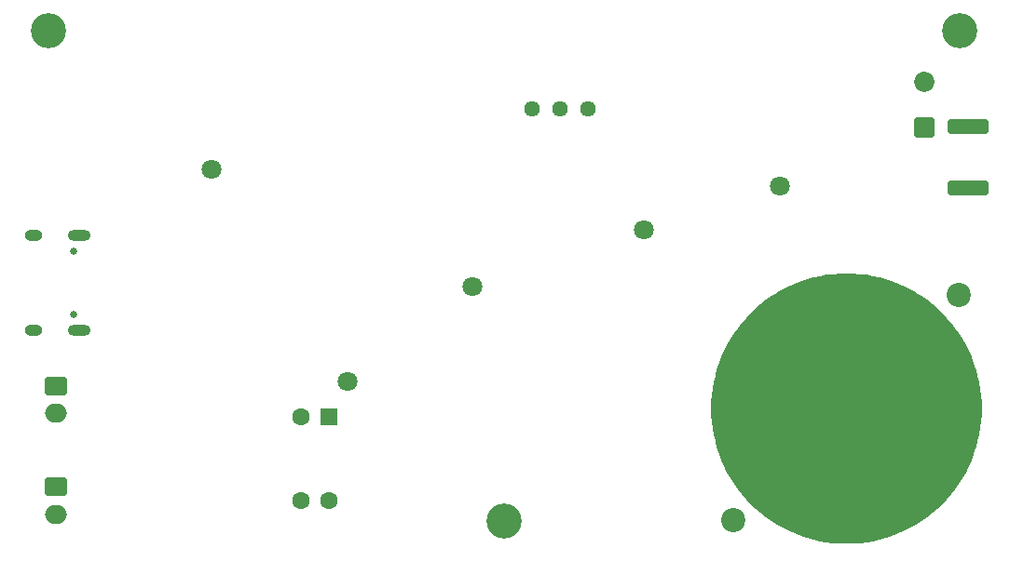
<source format=gbr>
%TF.GenerationSoftware,KiCad,Pcbnew,9.0.2*%
%TF.CreationDate,2025-08-30T11:24:13+06:00*%
%TF.ProjectId,lm399,6c6d3339-392e-46b6-9963-61645f706362,rev?*%
%TF.SameCoordinates,Original*%
%TF.FileFunction,Soldermask,Bot*%
%TF.FilePolarity,Negative*%
%FSLAX46Y46*%
G04 Gerber Fmt 4.6, Leading zero omitted, Abs format (unit mm)*
G04 Created by KiCad (PCBNEW 9.0.2) date 2025-08-30 11:24:13*
%MOMM*%
%LPD*%
G01*
G04 APERTURE LIST*
G04 Aperture macros list*
%AMRoundRect*
0 Rectangle with rounded corners*
0 $1 Rounding radius*
0 $2 $3 $4 $5 $6 $7 $8 $9 X,Y pos of 4 corners*
0 Add a 4 corners polygon primitive as box body*
4,1,4,$2,$3,$4,$5,$6,$7,$8,$9,$2,$3,0*
0 Add four circle primitives for the rounded corners*
1,1,$1+$1,$2,$3*
1,1,$1+$1,$4,$5*
1,1,$1+$1,$6,$7*
1,1,$1+$1,$8,$9*
0 Add four rect primitives between the rounded corners*
20,1,$1+$1,$2,$3,$4,$5,0*
20,1,$1+$1,$4,$5,$6,$7,0*
20,1,$1+$1,$6,$7,$8,$9,0*
20,1,$1+$1,$8,$9,$2,$3,0*%
G04 Aperture macros list end*
%ADD10C,1.800000*%
%ADD11C,3.200000*%
%ADD12O,1.200000X1.600000*%
%ADD13C,1.200000*%
%ADD14C,2.200000*%
%ADD15RoundRect,0.250000X1.600000X-0.425000X1.600000X0.425000X-1.600000X0.425000X-1.600000X-0.425000X0*%
%ADD16C,0.650000*%
%ADD17O,2.100000X1.000000*%
%ADD18O,1.600000X1.000000*%
%ADD19RoundRect,0.250000X0.675000X-0.675000X0.675000X0.675000X-0.675000X0.675000X-0.675000X-0.675000X0*%
%ADD20C,1.850000*%
%ADD21RoundRect,0.250000X-0.550000X0.550000X-0.550000X-0.550000X0.550000X-0.550000X0.550000X0.550000X0*%
%ADD22C,1.600000*%
%ADD23C,1.440000*%
%ADD24RoundRect,0.250000X-0.750000X0.600000X-0.750000X-0.600000X0.750000X-0.600000X0.750000X0.600000X0*%
%ADD25O,2.000000X1.700000*%
G04 APERTURE END LIST*
D10*
%TO.C,TP5*%
X108800707Y-55950000D03*
%TD*%
D11*
%TO.C,H2*%
X125100000Y-41850000D03*
%TD*%
D10*
%TO.C,TP2*%
X57100000Y-54450000D03*
%TD*%
D12*
%TO.C,U4*%
X114800000Y-77490000D03*
D13*
X116070000Y-76220000D03*
X114800000Y-74950000D03*
X113530000Y-76220000D03*
%TD*%
D14*
%TO.C,H4*%
X104547000Y-86403000D03*
%TD*%
D15*
%TO.C,J3*%
X125850000Y-50525000D03*
X125850000Y-56175000D03*
%TD*%
D16*
%TO.C,J1*%
X44605000Y-61860000D03*
X44605000Y-67640000D03*
D17*
X45105000Y-60430000D03*
D18*
X40925000Y-60430000D03*
D17*
X45105000Y-69070000D03*
D18*
X40925000Y-69070000D03*
%TD*%
D10*
%TO.C,TP4*%
X96400000Y-59950000D03*
%TD*%
D19*
%TO.C,J4*%
X121900000Y-50650000D03*
D20*
X121900000Y-46450000D03*
%TD*%
D11*
%TO.C,H3*%
X83700000Y-86450000D03*
%TD*%
D10*
%TO.C,TP1*%
X69500000Y-73750000D03*
%TD*%
D21*
%TO.C,SW1*%
X67757500Y-76982500D03*
D22*
X65217500Y-76982500D03*
X65217500Y-84602500D03*
X67757500Y-84602500D03*
%TD*%
D23*
%TO.C,RV1*%
X86220000Y-48950000D03*
X88760000Y-48950000D03*
X91300000Y-48950000D03*
%TD*%
D24*
%TO.C,J2*%
X43000000Y-74150000D03*
D25*
X43000000Y-76650000D03*
%TD*%
D24*
%TO.C,J5*%
X43000000Y-83350000D03*
D25*
X43000000Y-85850000D03*
%TD*%
D14*
%TO.C,H5*%
X125053000Y-65897000D03*
%TD*%
D10*
%TO.C,TP3*%
X80800000Y-65150000D03*
%TD*%
D11*
%TO.C,H1*%
X42300000Y-41850000D03*
%TD*%
G36*
X115428176Y-63928237D02*
G01*
X115434255Y-63928536D01*
X116030263Y-63972500D01*
X116036320Y-63973097D01*
X116629443Y-64046252D01*
X116635463Y-64047145D01*
X117224284Y-64149316D01*
X117230253Y-64150503D01*
X117813368Y-64281445D01*
X117819272Y-64282924D01*
X118395234Y-64442314D01*
X118401059Y-64444081D01*
X118968542Y-64631552D01*
X118974272Y-64633602D01*
X119531843Y-64848681D01*
X119537466Y-64851010D01*
X120083819Y-65093192D01*
X120089321Y-65095794D01*
X120623144Y-65364498D01*
X120628511Y-65367367D01*
X121148488Y-65661931D01*
X121153709Y-65665060D01*
X121658621Y-65984791D01*
X121663681Y-65988173D01*
X122152292Y-66332292D01*
X122157181Y-66335917D01*
X122628324Y-66703600D01*
X122633029Y-66707461D01*
X123085543Y-67097803D01*
X123090052Y-67101890D01*
X123522888Y-67513983D01*
X123527192Y-67518287D01*
X123939285Y-67951123D01*
X123943372Y-67955632D01*
X124333714Y-68408146D01*
X124337575Y-68412851D01*
X124705258Y-68883994D01*
X124708883Y-68888883D01*
X125053002Y-69377494D01*
X125056384Y-69382554D01*
X125376115Y-69887466D01*
X125379244Y-69892687D01*
X125673808Y-70412664D01*
X125676677Y-70418031D01*
X125945381Y-70951854D01*
X125947983Y-70957356D01*
X126190165Y-71503709D01*
X126192494Y-71509332D01*
X126407573Y-72066903D01*
X126409623Y-72072633D01*
X126597094Y-72640116D01*
X126598861Y-72645941D01*
X126758251Y-73221903D01*
X126759730Y-73227807D01*
X126890672Y-73810922D01*
X126891859Y-73816891D01*
X126994030Y-74405712D01*
X126994923Y-74411732D01*
X127068078Y-75004855D01*
X127068675Y-75010912D01*
X127112639Y-75606920D01*
X127112938Y-75612999D01*
X127127605Y-76210453D01*
X127127605Y-76216539D01*
X127112938Y-76813992D01*
X127112639Y-76820071D01*
X127068675Y-77416079D01*
X127068078Y-77422136D01*
X126994923Y-78015259D01*
X126994030Y-78021279D01*
X126891859Y-78610100D01*
X126890672Y-78616069D01*
X126759730Y-79199184D01*
X126758251Y-79205088D01*
X126598861Y-79781050D01*
X126597094Y-79786875D01*
X126409623Y-80354358D01*
X126407573Y-80360088D01*
X126192494Y-80917659D01*
X126190165Y-80923282D01*
X125947983Y-81469635D01*
X125945381Y-81475137D01*
X125676677Y-82008960D01*
X125673808Y-82014327D01*
X125379244Y-82534304D01*
X125376115Y-82539525D01*
X125056384Y-83044437D01*
X125053002Y-83049497D01*
X124708883Y-83538108D01*
X124705258Y-83542997D01*
X124337575Y-84014140D01*
X124333714Y-84018845D01*
X123943372Y-84471359D01*
X123939285Y-84475868D01*
X123527192Y-84908704D01*
X123522888Y-84913008D01*
X123090052Y-85325101D01*
X123085543Y-85329188D01*
X122633029Y-85719530D01*
X122628324Y-85723391D01*
X122157181Y-86091074D01*
X122152292Y-86094699D01*
X121663681Y-86438818D01*
X121658621Y-86442200D01*
X121153709Y-86761931D01*
X121148488Y-86765060D01*
X120628511Y-87059624D01*
X120623144Y-87062493D01*
X120089321Y-87331197D01*
X120083819Y-87333799D01*
X119537466Y-87575981D01*
X119531843Y-87578310D01*
X118974272Y-87793389D01*
X118968542Y-87795439D01*
X118401059Y-87982910D01*
X118395234Y-87984677D01*
X117819272Y-88144067D01*
X117813368Y-88145546D01*
X117230253Y-88276488D01*
X117224284Y-88277675D01*
X116635463Y-88379846D01*
X116629443Y-88380739D01*
X116036320Y-88453894D01*
X116030263Y-88454491D01*
X115434255Y-88498455D01*
X115428176Y-88498754D01*
X114830723Y-88513421D01*
X114824637Y-88513421D01*
X114227183Y-88498754D01*
X114221104Y-88498455D01*
X113625096Y-88454491D01*
X113619039Y-88453894D01*
X113025916Y-88380739D01*
X113019896Y-88379846D01*
X112431075Y-88277675D01*
X112425106Y-88276488D01*
X111841991Y-88145546D01*
X111836087Y-88144067D01*
X111260125Y-87984677D01*
X111254300Y-87982910D01*
X110686817Y-87795439D01*
X110681087Y-87793389D01*
X110123516Y-87578310D01*
X110117893Y-87575981D01*
X109571540Y-87333799D01*
X109566038Y-87331197D01*
X109032215Y-87062493D01*
X109026848Y-87059624D01*
X108506871Y-86765060D01*
X108501650Y-86761931D01*
X107996738Y-86442200D01*
X107991678Y-86438818D01*
X107503067Y-86094699D01*
X107498178Y-86091074D01*
X107027035Y-85723391D01*
X107022330Y-85719530D01*
X106569816Y-85329188D01*
X106565307Y-85325101D01*
X106132471Y-84913008D01*
X106128167Y-84908704D01*
X105716074Y-84475868D01*
X105711987Y-84471359D01*
X105321645Y-84018845D01*
X105317784Y-84014140D01*
X104950101Y-83542997D01*
X104946476Y-83538108D01*
X104602357Y-83049497D01*
X104598975Y-83044437D01*
X104279244Y-82539525D01*
X104276115Y-82534304D01*
X103981551Y-82014327D01*
X103978682Y-82008960D01*
X103709978Y-81475137D01*
X103707376Y-81469635D01*
X103465194Y-80923282D01*
X103462865Y-80917659D01*
X103247786Y-80360088D01*
X103245736Y-80354358D01*
X103058265Y-79786875D01*
X103056498Y-79781050D01*
X102897108Y-79205088D01*
X102895629Y-79199184D01*
X102764687Y-78616069D01*
X102763500Y-78610100D01*
X102661329Y-78021279D01*
X102660436Y-78015259D01*
X102587281Y-77422136D01*
X102586684Y-77416079D01*
X102542720Y-76820071D01*
X102542421Y-76813992D01*
X102527754Y-76216539D01*
X102527754Y-76210453D01*
X102542421Y-75612999D01*
X102542720Y-75606920D01*
X102586684Y-75010912D01*
X102587281Y-75004855D01*
X102660436Y-74411732D01*
X102661329Y-74405712D01*
X102763500Y-73816891D01*
X102764687Y-73810922D01*
X102895629Y-73227807D01*
X102897108Y-73221903D01*
X103056498Y-72645941D01*
X103058265Y-72640116D01*
X103245736Y-72072633D01*
X103247786Y-72066903D01*
X103462865Y-71509332D01*
X103465194Y-71503709D01*
X103707376Y-70957356D01*
X103709978Y-70951854D01*
X103978682Y-70418031D01*
X103981551Y-70412664D01*
X104276115Y-69892687D01*
X104279244Y-69887466D01*
X104598975Y-69382554D01*
X104602357Y-69377494D01*
X104946476Y-68888883D01*
X104950101Y-68883994D01*
X105317784Y-68412851D01*
X105321645Y-68408146D01*
X105711987Y-67955632D01*
X105716074Y-67951123D01*
X106128167Y-67518287D01*
X106132471Y-67513983D01*
X106565307Y-67101890D01*
X106569816Y-67097803D01*
X107022330Y-66707461D01*
X107027035Y-66703600D01*
X107498178Y-66335917D01*
X107503067Y-66332292D01*
X107991678Y-65988173D01*
X107996738Y-65984791D01*
X108501650Y-65665060D01*
X108506871Y-65661931D01*
X109026848Y-65367367D01*
X109032215Y-65364498D01*
X109566038Y-65095794D01*
X109571540Y-65093192D01*
X110117893Y-64851010D01*
X110123516Y-64848681D01*
X110681087Y-64633602D01*
X110686817Y-64631552D01*
X111254300Y-64444081D01*
X111260125Y-64442314D01*
X111836087Y-64282924D01*
X111841991Y-64281445D01*
X112425106Y-64150503D01*
X112431075Y-64149316D01*
X113019896Y-64047145D01*
X113025916Y-64046252D01*
X113619039Y-63973097D01*
X113625096Y-63972500D01*
X114221104Y-63928536D01*
X114227183Y-63928237D01*
X114824637Y-63913570D01*
X114830723Y-63913570D01*
X115428176Y-63928237D01*
G37*
M02*

</source>
